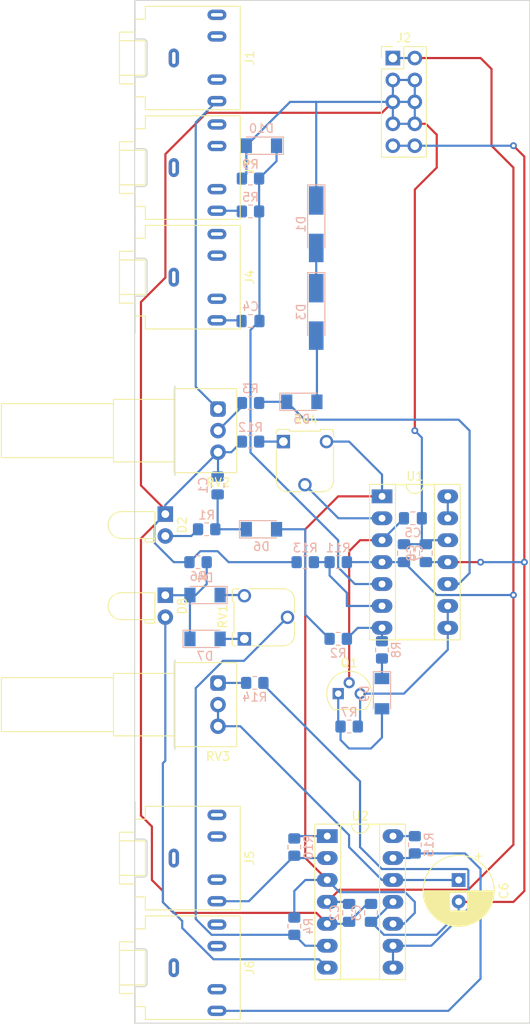
<source format=kicad_pcb>
(kicad_pcb (version 20211014) (generator pcbnew)
  (layers (0 "F.Cu" signal) (31 "B.Cu" signal) (34 "B.Paste" user) (35 "F.Paste" user) (36 "B.SilkS" user "B.Silkscreen") (37 "F.SilkS" user "F.Silkscreen") (38 "B.Mask" user) (39 "F.Mask" user) (44 "Edge.Cuts" user))
  (net 0 "")
  (net 1 "GND")
  (net 2 "Net-(C1-Pad2)")
  (net 3 "+12V")
  (net 4 "-12V")
  (net 5 "Net-(D10-Pad1)")
  (net 6 "/Trig")
  (net 7 "Net-(C5-Pad1)")
  (net 8 "Net-(C6-Pad1)")
  (net 9 "Net-(D1-Pad2)")
  (net 10 "Net-(R1-Pad2)")
  (net 11 "Net-(D3-Pad2)")
  (net 12 "Net-(D4-Pad1)")
  (net 13 "Net-(D4-Pad2)")
  (net 14 "Net-(D5-Pad1)")
  (net 15 "Net-(D6-Pad2)")
  (net 16 "Net-(D7-Pad2)")
  (net 17 "Net-(D8-Pad2)")
  (net 18 "Net-(R8-Pad1)")
  (net 19 "Net-(Q1-Pad1)")
  (net 21 "/In")
  (net 24 "/Gate")
  (net 29 "/Out")
  (net 32 "Net-(J6-PadT)")
  (net 34 "Net-(Q1-Pad3)")
  (net 35 "Net-(R8-Pad2)")
  (net 36 "Net-(RV2-Pad2)")
  (net 37 "Net-(RV1-Pad2)")
  (net 38 "Net-(R4-Pad2)")
  (net 39 "Net-(R10-Pad2)")
  (net 40 "Net-(R11-Pad2)")
  (net 41 "Net-(R12-Pad1)")
  (net 42 "Net-(R14-Pad1)")
  (net 43 "Net-(R14-Pad2)")
  (net 44 "Net-(R15-Pad2)")
  (net 45 "Net-(RV4-Pad2)")
  (net 46 "Net-(U1-Pad13)")
  (footprint "Connector_Audio:Jack_3.5mm_CUI_SJ1-3525N_Horizontal" (layer "F.Cu") (at 78.74 52.07 -90)
    (fp_text reference "J4")
    (fp_text value "Trig")
    (fp_line (start 1.8 3.1) (end -1.8 3.1) (layer "Edge.Cuts") (width 0.12))
    (fp_line (start -2.2 4.5) (end -6.5 4.5) (layer "Edge.Cuts") (width 0.12))
    (fp_line (start 2.2 3.5) (end 2.2 4.5) (layer "Edge.Cuts") (width 0.12))
    (fp_line (start 2.2 4.5) (end 6.5 4.5) (layer "Edge.Cuts") (width 0.12))
    (fp_line (start -2.2 3.5) (end -2.2 4.5) (layer "Edge.Cuts") (width 0.12))
    (fp_arc (start 1.8 3.1) (mid 2.082843 3.217157) (end 2.2 3.5) (layer "Edge.Cuts") (width 0.12))
    (fp_arc (start -2.2 3.5) (mid -2.082842 3.217158) (end -1.8 3.1) (layer "Edge.Cuts") (width 0.12))
  )
  (footprint "Connector_Audio:Jack_3.5mm_CUI_SJ1-3525N_Horizontal" (layer "F.Cu") (at 78.74 39.37 -90)
    (fp_text reference "J3")
    (fp_text value "Gate")
    (fp_line (start 2.2 3.5) (end 2.2 4.5) (layer "Edge.Cuts") (width 0.12))
    (fp_line (start 2.2 4.5) (end 6.5 4.5) (layer "Edge.Cuts") (width 0.12))
    (fp_line (start 1.8 3.1) (end -1.8 3.1) (layer "Edge.Cuts") (width 0.12))
    (fp_line (start -2.2 3.5) (end -2.2 4.5) (layer "Edge.Cuts") (width 0.12))
    (fp_line (start -2.2 4.5) (end -6.5 4.5) (layer "Edge.Cuts") (width 0.12))
    (fp_arc (start 1.8 3.1) (mid 2.082843 3.217157) (end 2.2 3.5) (layer "Edge.Cuts") (width 0.12))
    (fp_arc (start -2.2 3.5) (mid -2.082842 3.217158) (end -1.8 3.1) (layer "Edge.Cuts") (width 0.12))
  )
  (footprint "Connector_PinHeader_2.54mm:PinHeader_2x05_P2.54mm_Vertical" (layer "F.Cu") (at 104.135 26.675)
    (fp_text reference "J2")
    (fp_text value "ModPower")
  )
  (footprint "Connector_Audio:Jack_3.5mm_CUI_SJ1-3525N_Horizontal" (layer "F.Cu") (at 78.74 119.38 -90)
    (fp_text reference "J5")
    (fp_text value "Out")
    (fp_line (start 1.8 3.1) (end -1.8 3.1) (layer "Edge.Cuts") (width 0.12))
    (fp_line (start 2.2 3.5) (end 2.2 4.5) (layer "Edge.Cuts") (width 0.12))
    (fp_line (start 2.2 4.5) (end 6.5 4.5) (layer "Edge.Cuts") (width 0.12))
    (fp_line (start -2.2 4.5) (end -6.5 4.5) (layer "Edge.Cuts") (width 0.12))
    (fp_line (start -2.2 3.5) (end -2.2 4.5) (layer "Edge.Cuts") (width 0.12))
    (fp_arc (start 1.8 3.1) (mid 2.082843 3.217157) (end 2.2 3.5) (layer "Edge.Cuts") (width 0.12))
    (fp_arc (start -2.2 3.5) (mid -2.082842 3.217158) (end -1.8 3.1) (layer "Edge.Cuts") (width 0.12))
  )
  (footprint "LED_THT:LED_D3.0mm_Horizontal_O1.27mm_Z2.0mm" (layer "F.Cu") (at 77.755 79.52 -90)
    (fp_text reference "D2")
    (fp_text value "LED")
  )
  (footprint "Connector_Audio:Jack_3.5mm_CUI_SJ1-3525N_Horizontal" (layer "F.Cu") (at 78.74 132.08 -90)
    (fp_text reference "J6")
    (fp_text value "Slew")
    (fp_line (start -2.2 3.5) (end -2.2 4.5) (layer "Edge.Cuts") (width 0.12))
    (fp_line (start 2.2 4.5) (end 6.5 4.5) (layer "Edge.Cuts") (width 0.12))
    (fp_line (start 1.8 3.1) (end -1.8 3.1) (layer "Edge.Cuts") (width 0.12))
    (fp_line (start 2.2 3.5) (end 2.2 4.5) (layer "Edge.Cuts") (width 0.12))
    (fp_line (start -2.2 4.5) (end -6.5 4.5) (layer "Edge.Cuts") (width 0.12))
    (fp_arc (start -2.2 3.5) (mid -2.082842 3.217158) (end -1.8 3.1) (layer "Edge.Cuts") (width 0.12))
    (fp_arc (start 1.8 3.1) (mid 2.082843 3.217157) (end 2.2 3.5) (layer "Edge.Cuts") (width 0.12))
  )
  (footprint "Potentiometer_THT:Potentiometer_Runtron_RM-065_Vertical" (layer "F.Cu") (at 86.92 93.98 90)
    (fp_text reference "RV1")
    (fp_text value "100k")
  )
  (footprint "Potentiometer_THT:Potentiometer_Runtron_RM-065_Vertical" (layer "F.Cu") (at 91.44 71.12)
    (fp_text reference "RV4")
    (fp_text value "10k")
  )
  (footprint "LED_THT:LED_D3.0mm_Horizontal_O1.27mm_Z2.0mm" (layer "F.Cu") (at 77.755 88.92 -90)
    (fp_text reference "D8")
    (fp_text value "LED_Dual_2pin")
  )
  (footprint "Package_TO_SOT_THT:TO-92" (layer "F.Cu") (at 97.8 100.325)
    (fp_text reference "Q1")
    (fp_text value "BF256B")
  )
  (footprint "Package_DIP:DIP-14_W7.62mm_Socket_LongPads" (layer "F.Cu") (at 102.88 77.465)
    (fp_text reference "U1")
    (fp_text value "TL084")
  )
  (footprint "Capacitor_THT:CP_Radial_D8.0mm_P2.50mm" (layer "F.Cu") (at 111.76 121.92 -90)
    (fp_text reference "C6")
    (fp_text value "22,0 x 35v")
  )
  (footprint "Package_DIP:DIP-14_W7.62mm_Socket_LongPads" (layer "F.Cu") (at 96.53 116.835)
    (fp_text reference "U2")
    (fp_text value "TL084")
  )
  (footprint "Connector_Audio:Jack_3.5mm_CUI_SJ1-3525N_Horizontal" (layer "F.Cu") (at 78.74 26.67 -90)
    (fp_text reference "J1")
    (fp_text value "In")
    (fp_line (start 1.8 3.1) (end -1.8 3.1) (layer "Edge.Cuts") (width 0.12))
    (fp_line (start -2.2 4.5) (end -6.5 4.5) (layer "Edge.Cuts") (width 0.12))
    (fp_line (start 2.2 3.5) (end 2.2 4.5) (layer "Edge.Cuts") (width 0.12))
    (fp_line (start -2.2 3.5) (end -2.2 4.5) (layer "Edge.Cuts") (width 0.12))
    (fp_line (start 2.2 4.5) (end 6.5 4.5) (layer "Edge.Cuts") (width 0.12))
    (fp_arc (start 1.8 3.1) (mid 2.082843 3.217157) (end 2.2 3.5) (layer "Edge.Cuts") (width 0.12))
    (fp_arc (start -2.2 3.5) (mid -2.082842 3.217158) (end -1.8 3.1) (layer "Edge.Cuts") (width 0.12))
  )
  (footprint "Potentiometer_THT:Potentiometer_Alps_RK097_Single_Horizontal" (layer "F.Cu") (at 83.865 67.35)
    (fp_text reference "RV2")
    (fp_text value "100k")
    (fp_line (start -5 -2.7) (end -5 7.7) (layer "Edge.Cuts") (width 0.1))
  )
  (footprint "Potentiometer_THT:Potentiometer_Alps_RK097_Single_Horizontal" (layer "F.Cu") (at 83.865 99.1)
    (fp_text reference "RV3")
    (fp_text value "50k")
    (fp_line (start -5 -2.7) (end -5 7.7) (layer "Edge.Cuts") (width 0.1))
  )
  (footprint "Diode_SMD:D_MiniMELF" (layer "B.Cu") (at 102.87 100.33 -90)
    (fp_text reference "D9")
    (fp_text value "LL4148")
  )
  (footprint "Capacitor_SMD:C_0805_2012Metric_Pad1.18x1.45mm_HandSolder" (layer "B.Cu") (at 105.42 84.0475 90)
    (fp_text reference "C7")
    (fp_text value "0,1")
  )
  (footprint "Resistor_SMD:R_0805_2012Metric_Pad1.20x1.40mm_HandSolder" (layer "B.Cu") (at 81.55 85.09)
    (fp_text reference "R6")
    (fp_text value "5,1k")
  )
  (footprint "Resistor_SMD:R_0805_2012Metric_Pad1.20x1.40mm_HandSolder" (layer "B.Cu") (at 82.55 81.28 180)
    (fp_text reference "R1")
    (fp_text value "5,1k")
  )
  (footprint "Resistor_SMD:R_0805_2012Metric_Pad1.20x1.40mm_HandSolder" (layer "B.Cu") (at 87.63 40.64 180)
    (fp_text reference "R9")
    (fp_text value "100k")
  )
  (footprint "Diode_SMD:D_MiniMELF_Handsoldering" (layer "B.Cu") (at 95.25 45.93 -90)
    (fp_text reference "D1")
    (fp_text value "5v6")
  )
  (footprint "Capacitor_SMD:C_0805_2012Metric_Pad1.18x1.45mm_HandSolder" (layer "B.Cu") (at 106.4575 80.005)
    (fp_text reference "C5")
    (fp_text value "1,0")
  )
  (footprint "Capacitor_SMD:C_0805_2012Metric_Pad1.18x1.45mm_HandSolder" (layer "B.Cu") (at 83.82 76.2 -90)
    (fp_text reference "C1")
    (fp_text value "1,0")
  )
  (footprint "Diode_SMD:D_MiniMELF" (layer "B.Cu") (at 82.36 88.9 180)
    (fp_text reference "D4")
    (fp_text value "LL4148")
  )
  (footprint "Resistor_SMD:R_0805_2012Metric_Pad1.20x1.40mm_HandSolder" (layer "B.Cu") (at 106.68 117.84 90)
    (fp_text reference "R15")
    (fp_text value "1k")
  )
  (footprint "Diode_SMD:D_MiniMELF" (layer "B.Cu") (at 82.36 93.98)
    (fp_text reference "D7")
    (fp_text value "LL4148")
  )
  (footprint "Resistor_SMD:R_0805_2012Metric_Pad1.20x1.40mm_HandSolder" (layer "B.Cu") (at 97.8 93.975)
    (fp_text reference "R2")
    (fp_text value "1k")
  )
  (footprint "Resistor_SMD:R_0805_2012Metric_Pad1.20x1.40mm_HandSolder" (layer "B.Cu") (at 92.71 118.105 90)
    (fp_text reference "R10")
    (fp_text value "1k")
  )
  (footprint "Capacitor_SMD:C_0805_2012Metric_Pad1.18x1.45mm_HandSolder" (layer "B.Cu") (at 107.96 84.0475 -90)
    (fp_text reference "C8")
    (fp_text value "0,1")
  )
  (footprint "Diode_SMD:D_MiniMELF" (layer "B.Cu") (at 93.58 66.51)
    (fp_text reference "D5")
    (fp_text value "LL4148")
  )
  (footprint "Resistor_SMD:R_0805_2012Metric_Pad1.20x1.40mm_HandSolder" (layer "B.Cu") (at 102.87 95.25 90)
    (fp_text reference "R8")
    (fp_text value "10k")
  )
  (footprint "Resistor_SMD:R_0805_2012Metric_Pad1.20x1.40mm_HandSolder" (layer "B.Cu") (at 87.63 71.12 180)
    (fp_text reference "R12")
    (fp_text value "1k")
  )
  (footprint "Capacitor_SMD:C_0805_2012Metric_Pad1.18x1.45mm_HandSolder" (layer "B.Cu") (at 87.63 57.15 180)
    (fp_text reference "C4")
    (fp_text value "1n")
  )
  (footprint "Diode_SMD:D_MiniMELF" (layer "B.Cu") (at 88.9 81.28)
    (fp_text reference "D6")
    (fp_text value "LL4148")
  )
  (footprint "Resistor_SMD:R_0805_2012Metric_Pad1.20x1.40mm_HandSolder" (layer "B.Cu") (at 87.63 66.645 180)
    (fp_text reference "R3")
    (fp_text value "100k")
  )
  (footprint "Diode_SMD:D_MiniMELF_Handsoldering" (layer "B.Cu") (at 95.25 56.09 -90)
    (fp_text reference "D3")
    (fp_text value "5v6")
  )
  (footprint "Capacitor_SMD:C_0805_2012Metric_Pad1.18x1.45mm_HandSolder" (layer "B.Cu") (at 101.6 125.73 -90)
    (fp_text reference "C3")
    (fp_text value "0,1")
  )
  (footprint "Diode_SMD:D_MiniMELF" (layer "B.Cu") (at 88.9 36.83 180)
    (fp_text reference "D10")
    (fp_text value "LL4148")
  )
  (footprint "Capacitor_SMD:C_0805_2012Metric_Pad1.18x1.45mm_HandSolder" (layer "B.Cu") (at 99.06 125.73 -90)
    (fp_text reference "C2")
    (fp_text value "0,1")
  )
  (footprint "Resistor_SMD:R_0805_2012Metric_Pad1.20x1.40mm_HandSolder" (layer "B.Cu") (at 87.63 44.45 180)
    (fp_text reference "R5")
    (fp_text value "10k")
  )
  (footprint "Resistor_SMD:R_0805_2012Metric_Pad1.20x1.40mm_HandSolder" (layer "B.Cu") (at 99.07 104.135 180)
    (fp_text reference "R7")
    (fp_text value "1m")
  )
  (footprint "Resistor_SMD:R_0805_2012Metric_Pad1.20x1.40mm_HandSolder" (layer "B.Cu") (at 97.8 85.085 180)
    (fp_text reference "R11")
    (fp_text value "100k")
  )
  (footprint "Resistor_SMD:R_0805_2012Metric_Pad1.20x1.40mm_HandSolder" (layer "B.Cu") (at 93.98 85.09 180)
    (fp_text reference "R13")
    (fp_text value "22k")
  )
  (footprint "Resistor_SMD:R_0805_2012Metric_Pad1.20x1.40mm_HandSolder" (layer "B.Cu") (at 88.127064 99.08)
    (fp_text reference "R14")
    (fp_text value "100")
  )
  (footprint "Resistor_SMD:R_0805_2012Metric_Pad1.20x1.40mm_HandSolder" (layer "B.Cu") (at 92.71 127.27 90)
    (fp_text reference "R4")
    (fp_text value "100k")
  )
  (gr_rect (start 74.2 20) (end 120 138.5) (layer "Edge.Cuts") (width 0.1) (fill none))
  (segment (start 102.87 33.02) (end 104.135 31.755) (width 0.25) (layer "F.Cu") (net 1))
  (segment (start 74.93 54.94967) (end 77.764999 52.114671) (width 0.25) (layer "F.Cu") (net 1))
  (segment (start 77.47 124.48886) (end 77.47 123.19) (width 0.25) (layer "F.Cu") (net 1))
  (segment (start 77.764999 52.114671) (end 77.764999 37.805001) (width 0.25) (layer "F.Cu") (net 1))
  (segment (start 77.764999 37.805001) (end 82.55 33.02) (width 0.25) (layer "F.Cu") (net 1))
  (segment (start 76.2 121.92) (end 76.2 115.71886) (width 0.25) (layer "F.Cu") (net 1))
  (segment (start 107.955 34.295) (end 106.675 34.295) (width 0.25) (layer "F.Cu") (net 1))
  (segment (start 96.53 126.995) (end 95.265 125.73) (width 0.25) (layer "F.Cu") (net 1))
  (segment (start 74.93 114.44886) (end 74.93 82.345) (width 0.25) (layer "F.Cu") (net 1))
  (segment (start 77.755 79.52) (end 77.755 79.025) (width 0.25) (layer "F.Cu") (net 1))
  (segment (start 77.47 123.19) (end 76.2 121.92) (width 0.25) (layer "F.Cu") (net 1))
  (segment (start 109.22 35.56) (end 107.955 34.295) (width 0.25) (layer "F.Cu") (net 1))
  (segment (start 106.68 41.91) (end 109.22 39.37) (width 0.25) (layer "F.Cu") (net 1))
  (segment (start 74.93 82.345) (end 77.755 79.52) (width 0.25) (layer "F.Cu") (net 1))
  (segment (start 82.55 33.02) (end 102.87 33.02) (width 0.25) (layer "F.Cu") (net 1))
  (segment (start 95.265 125.73) (end 78.71114 125.73) (width 0.25) (layer "F.Cu") (net 1))
  (segment (start 106.68 69.85) (end 106.68 41.91) (width 0.25) (layer "F.Cu") (net 1))
  (segment (start 74.93 76.2) (end 74.93 54.94967) (width 0.25) (layer "F.Cu") (net 1))
  (segment (start 76.2 115.71886) (end 74.93 114.44886) (width 0.25) (layer "F.Cu") (net 1))
  (segment (start 77.755 79.025) (end 74.93 76.2) (width 0.25) (layer "F.Cu") (net 1))
  (segment (start 109.22 39.37) (end 109.22 35.56) (width 0.25) (layer "F.Cu") (net 1))
  (segment (start 78.71114 125.73) (end 77.47 124.48886) (width 0.25) (layer "F.Cu") (net 1))
  (via (at 106.68 69.85) (size 0.8) (drill 0.4) (layers "F.Cu" "B.Cu") (net 1))
  (segment (start 106.675 29.215) (end 106.675 31.755) (width 0.25) (layer "B.Cu") (net 1))
  (segment (start 92.225 31.755) (end 95.245 31.755) (width 0.25) (layer "B.Cu") (net 1))
  (segment (start 101.6 124.6925) (end 101.135 124.6925) (width 0.25) (layer "B.Cu") (net 1))
  (segment (start 104.135 29.215) (end 104.135 31.755) (width 0.25) (layer "B.Cu") (net 1))
  (segment (start 76.53 82.88) (end 78.74 85.09) (width 0.25) (layer "B.Cu") (net 1))
  (segment (start 87.15 40.12) (end 87.15 36.83) (width 0.25) (layer "B.Cu") (net 1))
  (segment (start 104.135 34.295) (end 106.675 34.295) (width 0.25) (layer "B.Cu") (net 1))
  (segment (start 85.09 85.09) (end 83.82 83.82) (width 0.25) (layer "B.Cu") (net 1))
  (segment (start 104.135 29.215) (end 106.675 29.215) (width 0.25) (layer "B.Cu") (net 1))
  (segment (start 107.495 70.665) (end 106.68 69.85) (width 0.25) (layer "B.Cu") (net 1))
  (segment (start 106.675 31.755) (end 106.675 34.295) (width 0.25) (layer "B.Cu") (net 1))
  (segment (start 101.135 124.6925) (end 99.06 126.7675) (width 0.25) (layer "B.Cu") (net 1))
  (segment (start 107.495 82.545) (end 107.96 83.01) (width 0.25) (layer "B.Cu") (net 1))
  (segment (start 87.15 36.83) (end 92.225 31.755) (width 0.25) (layer "B.Cu") (net 1))
  (segment (start 107.495 80.005) (end 107.495 70.665) (width 0.25) (layer "B.Cu") (net 1))
  (segment (start 95.245 31.755) (end 104.135 31.755) (width 0.25) (layer "B.Cu") (net 1))
  (segment (start 77.755 79.52) (end 77.755 78.46) (width 0.25) (layer "B.Cu") (net 1))
  (segment (start 83.865 72.35) (end 83.865 75.1175) (width 0.25) (layer "B.Cu") (net 1))
  (segment (start 107.495 80.005) (end 107.495 82.545) (width 0.25) (layer "B.Cu") (net 1))
  (segment (start 83.865 72.35) (end 85.4 72.35) (width 0.25) (layer "B.Cu") (net 1))
  (segment (start 96.53 126.995) (end 98.8325 126.995) (width 0.25) (layer "B.Cu") (net 1))
  (segment (start 110.5 82.545) (end 108.425 82.545) (width 0.25) (layer "B.Cu") (net 1))
  (segment (start 78.74 85.09) (end 80.55 85.09) (width 0.25) (layer "B.Cu") (net 1))
  (segment (start 86.63 40.64) (end 87.15 40.12) (width 0.25) (layer "B.Cu") (net 1))
  (segment (start 95.25 43.18) (end 95.25 31.76) (width 0.25) (layer "B.Cu") (net 1))
  (segment (start 95.25 31.76) (end 95.245 31.755) (width 0.25) (layer "B.Cu") (net 1))
  (segment (start 81.82 83.82) (end 80.55 85.09) (width 0.25) (layer "B.Cu") (net 1))
  (segment (start 106.675 31.755) (end 104.135 31.755) (width 0.25) (layer "B.Cu") (net 1))
  (segment (start 85.4 72.35) (end 86.63 71.12) (width 0.25) (layer "B.Cu") (net 1))
  (segment (start 105.42 83.01) (end 107.96 83.01) (width 0.25) (layer "B.Cu") (net 1))
  (segment (start 77.755 78.46) (end 83.865 72.35) (width 0.25) (layer "B.Cu") (net 1))
  (segment (start 76.53 80.745) (end 76.53 82.88) (width 0.25) (layer "B.Cu") (net 1))
  (segment (start 92.98 85.09) (end 85.09 85.09) (width 0.25) (layer "B.Cu") (net 1))
  (segment (start 104.135 31.755) (end 104.135 34.295) (width 0.25) (layer "B.Cu") (net 1))
  (segment (start 83.865 75.1175) (end 83.82 75.1625) (width 0.25) (layer "B.Cu") (net 1))
  (segment (start 77.755 79.52) (end 76.53 80.745) (width 0.25) (layer "B.Cu") (net 1))
  (segment (start 83.82 83.82) (end 81.82 83.82) (width 0.25) (layer "B.Cu") (net 1))
  (segment (start 108.425 82.545) (end 107.96 83.01) (width 0.25) (layer "B.Cu") (net 1))
  (segment (start 98.8325 126.995) (end 99.06 126.7675) (width 0.25) (layer "B.Cu") (net 1))
  (segment (start 83.82 81.01) (end 83.55 81.28) (width 0.25) (layer "B.Cu") (net 2))
  (segment (start 83.82 77.2375) (end 83.82 81.01) (width 0.25) (layer "B.Cu") (net 2))
  (segment (start 83.55 81.28) (end 87.15 81.28) (width 0.25) (layer "B.Cu") (net 2))
  (segment (start 118.11 117.82) (end 118.11 88.9) (width 0.25) (layer "F.Cu") (net 3))
  (segment (start 115.57 36.83) (end 115.57 27.94) (width 0.25) (layer "F.Cu") (net 3))
  (segment (start 114.3 26.67) (end 114.295 26.675) (width 0.25) (layer "F.Cu") (net 3))
  (segment (start 118.11 88.9) (end 118.11 39.37) (width 0.25) (layer "F.Cu") (net 3))
  (segment (start 96.53 124.455) (end 97.94 123.045) (width 0.25) (layer "F.Cu") (net 3))
  (segment (start 114.295 26.675) (end 106.675 26.675) (width 0.25) (layer "F.Cu") (net 3))
  (segment (start 118.11 39.37) (end 115.57 36.83) (width 0.25) (layer "F.Cu") (net 3))
  (segment (start 112.885 123.045) (end 118.11 117.82) (width 0.25) (layer "F.Cu") (net 3))
  (segment (start 97.94 123.045) (end 112.885 123.045) (width 0.25) (layer "F.Cu") (net 3))
  (segment (start 115.57 27.94) (end 114.3 26.67) (width 0.25) (layer "F.Cu") (net 3))
  (via (at 118.11 88.9) (size 0.8) (drill 0.4) (layers "F.Cu" "B.Cu") (net 3))
  (segment (start 98.8225 124.455) (end 99.06 124.6925) (width 0.25) (layer "B.Cu") (net 3))
  (segment (start 98.8 85.085) (end 102.88 85.085) (width 0.25) (layer "B.Cu") (net 3))
  (segment (start 109.235 88.9) (end 118.11 88.9) (width 0.25) (layer "B.Cu") (net 3))
  (segment (start 105.42 85.085) (end 109.235 88.9) (width 0.25) (layer "B.Cu") (net 3))
  (segment (start 105.42 85.085) (end 102.88 85.085) (width 0.25) (layer "B.Cu") (net 3))
  (segment (start 104.135 26.675) (end 106.675 26.675) (width 0.25) (layer "B.Cu") (net 3))
  (segment (start 96.53 124.455) (end 98.8225 124.455) (width 0.25) (layer "B.Cu") (net 3))
  (segment (start 111.76 124.46) (end 118.11 124.46) (width 0.25) (layer "F.Cu") (net 4))
  (segment (start 119.375 85.085) (end 119.375 38.095) (width 0.25) (layer "F.Cu") (net 4))
  (segment (start 114.295 85.085) (end 114.3 85.09) (width 0.25) (layer "F.Cu") (net 4))
  (segment (start 119.375 38.095) (end 118.115 36.835) (width 0.25) (layer "F.Cu") (net 4))
  (segment (start 119.38 123.19) (end 119.38 85.09) (width 0.25) (layer "F.Cu") (net 4))
  (segment (start 111.76 124.42) (end 111.76 124.46) (width 0.25) (layer "F.Cu") (net 4))
  (segment (start 119.38 85.09) (end 119.375 85.085) (width 0.25) (layer "F.Cu") (net 4))
  (segment (start 118.11 124.46) (end 119.38 123.19) (width 0.25) (layer "F.Cu") (net 4))
  (segment (start 110.5 85.085) (end 114.295 85.085) (width 0.25) (layer "F.Cu") (net 4))
  (via (at 114.3 85.09) (size 0.8) (drill 0.4) (layers "F.Cu" "B.Cu") (net 4))
  (via (at 119.38 85.09) (size 0.8) (drill 0.4) (layers "F.Cu" "B.Cu") (net 4))
  (via (at 118.115 36.835) (size 0.8) (drill 0.4) (layers "F.Cu" "B.Cu") (net 4))
  (segment (start 101.8375 126.7675) (end 104.15 124.455) (width 0.25) (layer "B.Cu") (net 4))
  (segment (start 104.135 36.835) (end 106.675 36.835) (width 0.25) (layer "B.Cu") (net 4))
  (segment (start 114.3 85.09) (end 119.38 85.09) (width 0.25) (layer "B.Cu") (net 4))
  (segment (start 106.675 36.835) (end 118.115 36.835) (width 0.25) (layer "B.Cu") (net 4))
  (segment (start 101.6 126.7675) (end 103.1025 128.27) (width 0.25) (layer "B.Cu") (net 4))
  (segment (start 107.96 85.085) (end 110.5 85.085) (width 0.25) (layer "B.Cu") (net 4))
  (segment (start 111.76 125.73) (end 111.76 124.42) (width 0.25) (layer "B.Cu") (net 4))
  (segment (start 109.22 128.27) (end 111.76 125.73) (width 0.25) (layer "B.Cu") (net 4))
  (segment (start 101.6 126.7675) (end 101.8375 126.7675) (width 0.25) (layer "B.Cu") (net 4))
  (segment (start 103.1025 128.27) (end 109.22 128.27) (width 0.25) (layer "B.Cu") (net 4))
  (segment (start 90.65 36.83) (end 90.65 38.62) (width 0.25) (layer "B.Cu") (net 5))
  (segment (start 99.726827 87.625) (end 97.79 85.688173) (width 0.25) (layer "B.Cu") (net 5))
  (segment (start 97.79 82.55) (end 87.63 72.39) (width 0.25) (layer "B.Cu") (net 5))
  (segment (start 88.6675 57.15) (end 88.6675 44.4875) (width 0.25) (layer "B.Cu") (net 5))
  (segment (start 97.79 85.688173) (end 97.79 82.55) (width 0.25) (layer "B.Cu") (net 5))
  (segment (start 88.6675 44.4875) (end 88.63 44.45) (width 0.25) (layer "B.Cu") (net 5))
  (segment (start 90.65 38.62) (end 88.63 40.64) (width 0.25) (layer "B.Cu") (net 5))
  (segment (start 102.88 87.625) (end 99.726827 87.625) (width 0.25) (layer "B.Cu") (net 5))
  (segment (start 87.63 58.1875) (end 88.6675 57.15) (width 0.25) (layer "B.Cu") (net 5))
  (segment (start 87.63 72.39) (end 87.63 58.1875) (width 0.25) (layer "B.Cu") (net 5))
  (segment (start 88.63 40.64) (end 88.63 44.45) (width 0.25) (layer "B.Cu") (net 5))
  (segment (start 86.5125 57.07) (end 86.5925 57.15) (width 0.25) (layer "B.Cu") (net 6))
  (segment (start 83.74 57.07) (end 86.5125 57.07) (width 0.25) (layer "B.Cu") (net 6))
  (segment (start 99.07 83.81) (end 100.335 82.545) (width 0.25) (layer "F.Cu") (net 7))
  (segment (start 99.07 99.055) (end 99.07 83.81) (width 0.25) (layer "F.Cu") (net 7))
  (segment (start 100.335 82.545) (end 102.88 82.545) (width 0.25) (layer "F.Cu") (net 7))
  (segment (start 102.88 82.545) (end 105.42 80.005) (width 0.25) (layer "B.Cu") (net 7))
  (segment (start 111.76 121.92) (end 104.155 121.92) (width 0.25) (layer "B.Cu") (net 8))
  (segment (start 86.445 104.1) (end 99.06 116.715) (width 0.25) (layer "B.Cu") (net 8))
  (segment (start 83.865 104.1) (end 86.445 104.1) (width 0.25) (layer "B.Cu") (net 8))
  (segment (start 102.865 121.915) (end 104.15 121.915) (width 0.25) (layer "B.Cu") (net 8))
  (segment (start 83.865 101.6) (end 83.865 104.1) (width 0.25) (layer "B.Cu") (net 8))
  (segment (start 99.06 118.11) (end 102.865 121.915) (width 0.25) (layer "B.Cu") (net 8))
  (segment (start 99.06 116.715) (end 99.06 118.11) (width 0.25) (layer "B.Cu") (net 8))
  (segment (start 104.155 121.92) (end 104.15 121.915) (width 0.25) (layer "B.Cu") (net 8))
  (segment (start 95.25 53.34) (end 95.25 48.68) (width 0.25) (layer "B.Cu") (net 9))
  (segment (start 80.77 82.06) (end 81.55 81.28) (width 0.25) (layer "B.Cu") (net 10))
  (segment (start 77.755 82.06) (end 80.77 82.06) (width 0.25) (layer "B.Cu") (net 10))
  (segment (start 95.33 58.92) (end 95.25 58.84) (width 0.25) (layer "B.Cu") (net 11))
  (segment (start 95.33 66.51) (end 95.33 58.92) (width 0.25) (layer "B.Cu") (net 11))
  (segment (start 86.84 88.9) (end 86.92 88.98) (width 0.25) (layer "B.Cu") (net 12))
  (segment (start 84.11 88.9) (end 86.84 88.9) (width 0.25) (layer "B.Cu") (net 12))
  (segment (start 80.59 88.92) (end 80.61 88.9) (width 0.25) (layer "B.Cu") (net 13))
  (segment (start 77.755 88.92) (end 80.59 88.92) (width 0.25) (layer "B.Cu") (net 13))
  (segment (start 81.28 88.9) (end 80.61 88.9) (width 0.25) (layer "B.Cu") (net 13))
  (segment (start 80.61 93.98) (end 80.61 88.9) (width 0.25) (layer "B.Cu") (net 13))
  (segment (start 82.55 87.63) (end 81.28 88.9) (width 0.25) (layer "B.Cu") (net 13))
  (segment (start 82.55 85.09) (end 82.55 87.63) (width 0.25) (layer "B.Cu") (net 13))
  (segment (start 113.03 86.36) (end 111.765 87.625) (width 0.25) (layer "B.Cu") (net 14))
  (segment (start 88.63 66.645) (end 88.765 66.51) (width 0.25) (layer "B.Cu") (net 14))
  (segment (start 111.765 87.625) (end 110.5 87.625) (width 0.25) (layer "B.Cu") (net 14))
  (segment (start 88.765 66.51) (end 91.83 66.51) (width 0.25) (layer "B.Cu") (net 14))
  (segment (start 113.03 69.85) (end 113.03 86.36) (width 0.25) (layer "B.Cu") (net 14))
  (segment (start 111.76 68.58) (end 113.03 69.85) (width 0.25) (layer "B.Cu") (net 14))
  (segment (start 93.9 68.58) (end 111.76 68.58) (width 0.25) (layer "B.Cu") (net 14))
  (segment (start 91.83 66.51) (end 93.9 68.58) (width 0.25) (layer "B.Cu") (net 14))
  (segment (start 96.8 93.975) (end 93.98 91.155) (width 0.25) (layer "B.Cu") (net 15))
  (segment (start 93.98 81.28) (end 90.65 81.28) (width 0.25) (layer "B.Cu") (net 15))
  (segment (start 93.98 91.155) (end 93.98 81.28) (width 0.25) (layer "B.Cu") (net 15))
  (segment (start 84.11 93.98) (end 86.92 93.98) (width 0.25) (layer "B.Cu") (net 16))
  (segment (start 77.755 108.100919) (end 77.755 91.46) (width 0.25) (layer "B.Cu") (net 17))
  (segment (start 83.336141 131.104999) (end 79.715001 127.483859) (width 0.25) (layer "B.Cu") (net 17))
  (segment (start 77.47 108.385919) (end 77.755 108.100919) (width 0.25) (layer "B.Cu") (net 17))
  (segment (start 96.53 132.075) (end 95.559999 131.104999) (width 0.25) (layer "B.Cu") (net 17))
  (segment (start 95.559999 131.104999) (end 83.336141 131.104999) (width 0.25) (layer "B.Cu") (net 17))
  (segment (start 78.393861 125.355001) (end 78.336141 125.355001) (width 0.25) (layer "B.Cu") (net 17))
  (segment (start 78.336141 125.355001) (end 77.47 124.48886) (width 0.25) (layer "B.Cu") (net 17))
  (segment (start 79.715001 127.483859) (end 79.715001 126.676141) (width 0.25) (layer "B.Cu") (net 17))
  (segment (start 77.47 124.48886) (end 77.47 108.385919) (width 0.25) (layer "B.Cu") (net 17))
  (segment (start 79.715001 126.676141) (end 78.393861 125.355001) (width 0.25) (layer "B.Cu") (net 17))
  (segment (start 102.87 98.58) (end 102.87 96.25) (width 0.25) (layer "B.Cu") (net 18))
  (segment (start 97.8 100.325) (end 97.8 103.865) (width 0.25) (layer "B.Cu") (net 19))
  (segment (start 102.87 105.41) (end 101.6 106.68) (width 0.25) (layer "B.Cu") (net 19))
  (segment (start 101.6 106.68) (end 99.06 106.68) (width 0.25) (layer "B.Cu") (net 19))
  (segment (start 98.07 105.69) (end 98.07 104.135) (width 0.25) (layer "B.Cu") (net 19))
  (segment (start 102.87 102.08) (end 102.87 105.41) (width 0.25) (layer "B.Cu") (net 19))
  (segment (start 97.8 103.865) (end 98.07 104.135) (width 0.25) (layer "B.Cu") (net 19))
  (segment (start 99.06 106.68) (end 98.07 105.69) (width 0.25) (layer "B.Cu") (net 19))
  (segment (start 81.28 34.13) (end 81.28 64.765) (width 0.25) (layer "B.Cu") (net 21))
  (segment (start 83.74 31.67) (end 81.28 34.13) (width 0.25) (layer "B.Cu") (net 21))
  (segment (start 81.28 64.765) (end 83.865 67.35) (width 0.25) (layer "B.Cu") (net 21))
  (segment (start 83.74 44.37) (end 86.55 44.37) (width 0.25) (layer "B.Cu") (net 24))
  (segment (start 86.55 44.37) (end 86.63 44.45) (width 0.25) (layer "B.Cu") (net 24))
  (segment (start 87.435 124.38) (end 92.71 119.105) (width 0.25) (layer "B.Cu") (net 29))
  (segment (start 96.53 119.375) (end 92.98 119.375) (width 0.25) (layer "B.Cu") (net 29))
  (segment (start 92.98 119.375) (end 92.71 119.105) (width 0.25) (layer "B.Cu") (net 29))
  (segment (start 83.74 124.38) (end 87.435 124.38) (width 0.25) (layer "B.Cu") (net 29))
  (segment (start 114.3 133.35) (end 114.3 120.65) (width 0.25) (layer "B.Cu") (net 32))
  (segment (start 104.15 119.375) (end 106.145 119.375) (width 0.25) (layer "B.Cu") (net 32))
  (segment (start 112.49 118.84) (end 106.68 118.84) (width 0.25) (layer "B.Cu") (net 32))
  (segment (start 83.74 137.08) (end 110.57 137.08) (width 0.25) (layer "B.Cu") (net 32))
  (segment (start 110.57 137.08) (end 114.3 133.35) (width 0.25) (layer "B.Cu") (net 32))
  (segment (start 106.145 119.375) (end 106.68 118.84) (width 0.25) (layer "B.Cu") (net 32))
  (segment (start 114.3 120.65) (end 112.49 118.84) (width 0.25) (layer "B.Cu") (net 32))
  (segment (start 100.34 100.325) (end 105.415 100.325) (width 0.25) (layer "B.Cu") (net 34))
  (segment (start 105.415 100.325) (end 110.5 95.24) (width 0.25) (layer "B.Cu") (net 34))
  (segment (start 100.34 100.325) (end 100.34 103.865) (width 0.25) (layer "B.Cu") (net 34))
  (segment (start 100.34 103.865) (end 100.07 104.135) (width 0.25) (layer "B.Cu") (net 34))
  (segment (start 110.5 95.24) (end 110.5 92.705) (width 0.25) (layer "B.Cu") (net 34))
  (segment (start 110.5 92.705) (end 110.5 90.165) (width 0.25) (layer "B.Cu") (net 34))
  (segment (start 102.88 94.24) (end 102.87 94.25) (width 0.25) (layer "B.Cu") (net 35))
  (segment (start 98.8 93.975) (end 100.07 92.705) (width 0.25) (layer "B.Cu") (net 35))
  (segment (start 100.07 92.705) (end 102.88 92.705) (width 0.25) (layer "B.Cu") (net 35))
  (segment (start 102.88 92.705) (end 102.88 94.24) (width 0.25) (layer "B.Cu") (net 35))
  (segment (start 86.63 67.085) (end 86.63 66.645) (width 0.25) (layer "B.Cu") (net 36))
  (segment (start 83.865 69.85) (end 86.63 67.085) (width 0.25) (layer "B.Cu") (net 36))
  (segment (start 91.92 91.48) (end 86.88 96.52) (width 0.25) (layer "B.Cu") (net 37))
  (segment (start 81.28 99.688984) (end 81.28 126.428148) (width 0.25) (layer "B.Cu") (net 37))
  (segment (start 93.975 129.535) (end 92.71 128.27) (width 0.25) (layer "B.Cu") (net 37))
  (segment (start 81.28 126.428148) (end 83.121852 128.27) (width 0.25) (layer "B.Cu") (net 37))
  (segment (start 96.53 129.535) (end 93.975 129.535) (width 0.25) (layer "B.Cu") (net 37))
  (segment (start 86.88 96.52) (end 84.448984 96.52) (width 0.25) (layer "B.Cu") (net 37))
  (segment (start 83.121852 128.27) (end 92.71 128.27) (width 0.25) (layer "B.Cu") (net 37))
  (segment (start 84.448984 96.52) (end 81.28 99.688984) (width 0.25) (layer "B.Cu") (net 37))
  (segment (start 93.98 119.365) (end 93.98 81.28) (width 0.25) (layer "F.Cu") (net 38))
  (segment (start 93.98 81.28) (end 97.795 77.465) (width 0.25) (layer "F.Cu") (net 38))
  (segment (start 96.53 121.915) (end 93.98 119.365) (width 0.25) (layer "F.Cu") (net 38))
  (segment (start 97.795 77.465) (end 102.88 77.465) (width 0.25) (layer "F.Cu") (net 38))
  (segment (start 97.945 123.33) (end 105.55 123.33) (width 0.25) (layer "B.Cu") (net 38))
  (segment (start 102.88 74.94) (end 102.88 77.465) (width 0.25) (layer "B.Cu") (net 38))
  (segment (start 96.53 121.915) (end 93.985 121.915) (width 0.25) (layer "B.Cu") (net 38))
  (segment (start 105.55 123.33) (end 106.68 124.46) (width 0.25) (layer "B.Cu") (net 38))
  (segment (start 93.985 121.915) (end 92.71 123.19) (width 0.25) (layer "B.Cu") (net 38))
  (segment (start 106.68 125.73) (end 105.415 126.995) (width 0.25) (layer "B.Cu") (net 38))
  (segment (start 96.53 121.915) (end 97.945 123.33) (width 0.25) (layer "B.Cu") (net 38))
  (segment (start 99.06 71.12) (end 102.88 74.94) (width 0.25) (layer "B.Cu") (net 38))
  (segment (start 96.44 71.12) (end 99.06 71.12) (width 0.25) (layer "B.Cu") (net 38))
  (segment (start 106.68 124.46) (end 106.68 125.73) (width 0.25) (layer "B.Cu") (net 38))
  (segment (start 92.71 123.19) (end 92.71 126.27) (width 0.25) (layer "B.Cu") (net 38))
  (segment (start 105.415 126.995) (end 104.15 126.995) (width 0.25) (layer "B.Cu") (net 38))
  (segment (start 92.98 116.835) (end 92.71 117.105) (width 0.25) (layer "B.Cu") (net 39))
  (segment (start 96.53 116.835) (end 92.98 116.835) (width 0.25) (layer "B.Cu") (net 39))
  (segment (start 98.8 90.165) (end 102.88 90.165) (width 0.25) (layer "B.Cu") (net 40))
  (segment (start 96.8 85.085) (end 96.8 86.64) (width 0.25) (layer "B.Cu") (net 40))
  (segment (start 96.8 85.085) (end 94.985 85.085) (width 0.25) (layer "B.Cu") (net 40))
  (segment (start 94.985 85.085) (end 94.98 85.09) (width 0.25) (layer "B.Cu") (net 40))
  (segment (start 98.8 88.64) (end 98.8 90.165) (width 0.25) (layer "B.Cu") (net 40))
  (segment (start 96.8 86.64) (end 98.8 88.64) (width 0.25) (layer "B.Cu") (net 40))
  (segment (start 88.63 71.12) (end 91.44 71.12) (width 0.25) (layer "B.Cu") (net 41))
  (segment (start 83.885 99.08) (end 83.865 99.1) (width 0.25) (layer "B.Cu") (net 42))
  (segment (start 87.127064 99.08) (end 83.885 99.08) (width 0.25) (layer "B.Cu") (net 42))
  (segment (start 104.15 129.535) (end 108.591396 129.535) (width 0.25) (layer "B.Cu") (net 43))
  (segment (start 102.87 120.65) (end 100.33 118.11) (width 0.25) (layer "B.Cu") (net 43))
  (segment (start 112.74 120.65) (end 102.87 120.65) (width 0.25) (layer "B.Cu") (net 43))
  (segment (start 104.15 129.535) (end 104.15 132.075) (width 0.25) (layer "B.Cu") (net 43))
  (segment (start 112.885 125.241396) (end 112.885 120.795) (width 0.25) (layer "B.Cu") (net 43))
  (segment (start 100.33 118.11) (end 100.33 110.49) (width 0.25) (layer "B.Cu") (net 43))
  (segment (start 112.885 120.795) (end 112.74 120.65) (width 0.25) (layer "B.Cu") (net 43))
  (segment (start 100.33 110.49) (end 89.127064 99.287064) (width 0.25) (layer "B.Cu") (net 43))
  (segment (start 89.127064 99.287064) (end 89.127064 99.08) (width 0.25) (layer "B.Cu") (net 43))
  (segment (start 108.591396 129.535) (end 112.885 125.241396) (width 0.25) (layer "B.Cu") (net 43))
  (segment (start 106.675 116.835) (end 104.15 116.835) (width 0.25) (layer "B.Cu") (net 44))
  (segment (start 106.68 116.84) (end 106.675 116.835) (width 0.25) (layer "B.Cu") (net 44))
  (segment (start 102.88 80.005) (end 97.825 80.005) (width 0.25) (layer "B.Cu") (net 45))
  (segment (start 97.825 80.005) (end 93.94 76.12) (width 0.25) (layer "B.Cu") (net 45))
  (segment (start 110.5 80.005) (end 110.5 77.465) (width 0.25) (layer "B.Cu") (net 46))
)
</source>
